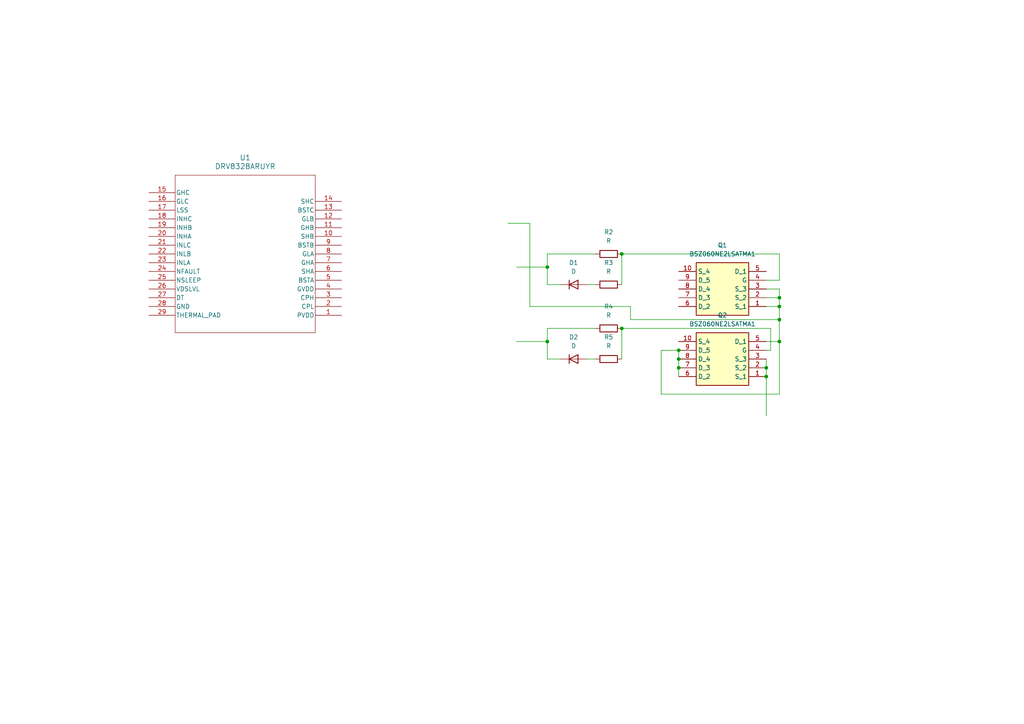
<source format=kicad_sch>
(kicad_sch (version 20230121) (generator eeschema)
  (paper "A4")
  (lib_symbols
    (symbol "Device:D" (pin_numbers hide) (pin_names (offset 1.016) hide)
      (property "Reference" "D" (at 0 2.54 0))
      (property "Value" "D" (at 0 -2.54 0))
      (symbol "D_0_1"
        (polyline (pts (xy -1.27 1.27) (xy -1.27 -1.27)) (stroke (width 0.254)))
        (polyline (pts (xy 1.27 0) (xy -1.27 0)))
        (polyline (pts (xy 1.27 1.27) (xy 1.27 -1.27) (xy -1.27 0) (xy 1.27 1.27)) (stroke (width 0.254)))
      )
      (symbol "D_1_1"
        (pin passive line (at -3.81 0 0) (length 2.54) (name "K") (number "1"))
        (pin passive line (at 3.81 0 180) (length 2.54) (name "A") (number "2"))
      )
    )
    (symbol "Device:R" (pin_numbers hide) (pin_names (offset 0))
      (property "Reference" "R" (at 2.032 0 90))
      (property "Value" "R" (at 0 0 90))
      (symbol "R_0_1"
        (rectangle (start -1.016 -2.54) (end 1.016 2.54) (stroke (width 0.254)))
      )
      (symbol "R_1_1"
        (pin passive line (at 0 3.81 270) (length 1.27) (name "~") (number "1"))
        (pin passive line (at 0 -3.81 90) (length 1.27) (name "~") (number "2"))
      )
    )
    (symbol "drv:DRV8328ARUYR" (pin_names (offset 0.254))
      (property "Reference" "U" (at 27.94 10.16 0))
      (property "Value" "DRV8328ARUYR" (at 27.94 7.62 0))
      (symbol "DRV8328ARUYR_0_1"
        (polyline (pts (xy 7.62 -40.64) (xy 48.26 -40.64)) (stroke (width 0.127)))
        (polyline (pts (xy 7.62 5.08) (xy 7.62 -40.64)) (stroke (width 0.127)))
        (polyline (pts (xy 48.26 -40.64) (xy 48.26 5.08)) (stroke (width 0.127)))
        (polyline (pts (xy 48.26 5.08) (xy 7.62 5.08)) (stroke (width 0.127)))
        (pin power_in line (at 0 0 0) (length 7.62) (name "PVDD") (number "1"))
        (pin bidirectional line (at 0 -22.86 0) (length 7.62) (name "SHB") (number "10"))
        (pin output line (at 0 -25.4 0) (length 7.62) (name "GHB") (number "11"))
        (pin output line (at 0 -27.94 0) (length 7.62) (name "GLB") (number "12"))
        (pin output line (at 0 -30.48 0) (length 7.62) (name "BSTC") (number "13"))
        (pin bidirectional line (at 0 -33.02 0) (length 7.62) (name "SHC") (number "14"))
        (pin output line (at 55.88 -35.56 180) (length 7.62) (name "GHC") (number "15"))
        (pin output line (at 55.88 -33.02 180) (length 7.62) (name "GLC") (number "16"))
        (pin power_in line (at 55.88 -30.48 180) (length 7.62) (name "LSS") (number "17"))
        (pin input line (at 55.88 -27.94 180) (length 7.62) (name "INHC") (number "18"))
        (pin input line (at 55.88 -25.4 180) (length 7.62) (name "INHB") (number "19"))
        (pin power_in line (at 0 -2.54 0) (length 7.62) (name "CPL") (number "2"))
        (pin input line (at 55.88 -22.86 180) (length 7.62) (name "INHA") (number "20"))
        (pin input line (at 55.88 -20.32 180) (length 7.62) (name "INLC") (number "21"))
        (pin input line (at 55.88 -17.78 180) (length 7.62) (name "INLB") (number "22"))
        (pin input line (at 55.88 -15.24 180) (length 7.62) (name "INLA") (number "23"))
        (pin output line (at 55.88 -12.7 180) (length 7.62) (name "NFAULT") (number "24"))
        (pin input line (at 55.88 -10.16 180) (length 7.62) (name "NSLEEP") (number "25"))
        (pin input line (at 55.88 -7.62 180) (length 7.62) (name "VDSLVL") (number "26"))
        (pin input line (at 55.88 -5.08 180) (length 7.62) (name "DT") (number "27"))
        (pin power_in line (at 55.88 -2.54 180) (length 7.62) (name "GND") (number "28"))
        (pin power_out line (at 55.88 0 180) (length 7.62) (name "THERMAL_PAD") (number "29"))
        (pin power_in line (at 0 -5.08 0) (length 7.62) (name "CPH") (number "3"))
        (pin power_in line (at 0 -7.62 0) (length 7.62) (name "GVDD") (number "4"))
        (pin output line (at 0 -10.16 0) (length 7.62) (name "BSTA") (number "5"))
        (pin bidirectional line (at 0 -12.7 0) (length 7.62) (name "SHA") (number "6"))
        (pin output line (at 0 -15.24 0) (length 7.62) (name "GHA") (number "7"))
        (pin output line (at 0 -17.78 0) (length 7.62) (name "GLA") (number "8"))
        (pin output line (at 0 -20.32 0) (length 7.62) (name "BSTB") (number "9"))
      )
    )
    (symbol "fetn:BSZ060NE2LSATMA1"
      (property "Reference" "Q" (at 21.59 7.62 0))
      (property "Value" "BSZ060NE2LSATMA1" (at 21.59 5.08 0))
      (symbol "BSZ060NE2LSATMA1_1_1"
        (rectangle (start 5.08 2.54) (end 20.32 -12.7) (stroke (width 0.254)) (fill (type background)))
        (pin passive line (at 0 0 0) (length 5.08) (name "S_1") (number "1"))
        (pin passive line (at 25.4 -10.16 180) (length 5.08) (name "S_4") (number "10"))
        (pin passive line (at 0 -2.54 0) (length 5.08) (name "S_2") (number "2"))
        (pin passive line (at 0 -5.08 0) (length 5.08) (name "S_3") (number "3"))
        (pin passive line (at 0 -7.62 0) (length 5.08) (name "G") (number "4"))
        (pin passive line (at 0 -10.16 0) (length 5.08) (name "D_1") (number "5"))
        (pin passive line (at 25.4 0 180) (length 5.08) (name "D_2") (number "6"))
        (pin passive line (at 25.4 -2.54 180) (length 5.08) (name "D_3") (number "7"))
        (pin passive line (at 25.4 -5.08 180) (length 5.08) (name "D_4") (number "8"))
        (pin passive line (at 25.4 -7.62 180) (length 5.08) (name "D_5") (number "9"))
      )
    )
  )
  (junction (at 222.25 109.22))
  (junction (at 226.06 86.36))
  (junction (at 226.06 92.71))
  (junction (at 226.06 99.06))
  (junction (at 196.85 104.14))
  (junction (at 158.75 99.06))
  (junction (at 222.25 106.68))
  (junction (at 158.75 77.47))
  (junction (at 196.85 101.6))
  (junction (at 180.34 73.66))
  (junction (at 226.06 88.9))
  (junction (at 180.34 95.25))
  (junction (at 196.85 106.68))
  (wire (pts (xy 170.18 82.55) (xy 172.72 82.55)))
  (wire (pts (xy 226.06 92.71) (xy 226.06 88.9)))
  (wire (pts (xy 222.25 86.36) (xy 226.06 86.36)))
  (wire (pts (xy 226.06 99.06) (xy 226.06 114.3)))
  (wire (pts (xy 149.86 77.47) (xy 158.75 77.47)))
  (wire (pts (xy 223.52 101.6) (xy 222.25 101.6)))
  (wire (pts (xy 172.72 73.66) (xy 158.75 73.66)))
  (wire (pts (xy 172.72 95.25) (xy 158.75 95.25)))
  (wire (pts (xy 180.34 95.25) (xy 223.52 95.25)))
  (wire (pts (xy 180.34 95.25) (xy 180.34 104.14)))
  (wire (pts (xy 226.06 99.06) (xy 226.06 92.71)))
  (wire (pts (xy 149.86 99.06) (xy 158.75 99.06)))
  (wire (pts (xy 153.67 88.9) (xy 182.88 88.9)))
  (wire (pts (xy 222.25 83.82) (xy 226.06 83.82)))
  (wire (pts (xy 180.34 73.66) (xy 180.34 82.55)))
  (wire (pts (xy 180.34 73.66) (xy 226.06 73.66)))
  (wire (pts (xy 158.75 104.14) (xy 162.56 104.14)))
  (wire (pts (xy 222.25 81.28) (xy 226.06 81.28)))
  (wire (pts (xy 158.75 99.06) (xy 158.75 104.14)))
  (wire (pts (xy 222.25 88.9) (xy 226.06 88.9)))
  (wire (pts (xy 223.52 95.25) (xy 223.52 101.6)))
  (wire (pts (xy 170.18 104.14) (xy 172.72 104.14)))
  (wire (pts (xy 222.25 106.68) (xy 222.25 109.22)))
  (wire (pts (xy 158.75 95.25) (xy 158.75 99.06)))
  (wire (pts (xy 182.88 92.71) (xy 182.88 88.9)))
  (wire (pts (xy 226.06 83.82) (xy 226.06 86.36)))
  (wire (pts (xy 226.06 81.28) (xy 226.06 73.66)))
  (wire (pts (xy 158.75 73.66) (xy 158.75 77.47)))
  (wire (pts (xy 191.77 101.6) (xy 191.77 114.3)))
  (wire (pts (xy 158.75 82.55) (xy 162.56 82.55)))
  (wire (pts (xy 158.75 77.47) (xy 158.75 82.55)))
  (wire (pts (xy 226.06 114.3) (xy 191.77 114.3)))
  (wire (pts (xy 222.25 104.14) (xy 222.25 106.68)))
  (wire (pts (xy 196.85 104.14) (xy 196.85 106.68)))
  (wire (pts (xy 196.85 101.6) (xy 191.77 101.6)))
  (wire (pts (xy 222.25 99.06) (xy 226.06 99.06)))
  (wire (pts (xy 222.25 109.22) (xy 222.25 120.65)))
  (wire (pts (xy 196.85 101.6) (xy 196.85 104.14)))
  (wire (pts (xy 226.06 92.71) (xy 182.88 92.71)))
  (wire (pts (xy 147.32 64.77) (xy 153.67 64.77)))
  (wire (pts (xy 153.67 88.9) (xy 153.67 64.77)))
  (wire (pts (xy 196.85 106.68) (xy 196.85 109.22)))
  (wire (pts (xy 226.06 86.36) (xy 226.06 88.9)))
  (symbol (lib_id "Device:R") (at 176.53 95.25 90) (unit 1)
    (property "Reference" "R4" (at 176.53 88.9 90))
    (property "Value" "R" (at 176.53 91.44 90))
  )
  (symbol (lib_id "Device:D") (at 166.37 104.14 0) (unit 1)
    (property "Reference" "D2" (at 166.37 97.79 0))
    (property "Value" "D" (at 166.37 100.33 0))
    (property "Sim.Device" "D" (effects hide))
    (property "Sim.Pins" "1=K 2=A" (effects hide))
  )
  (symbol (lib_id "fetn:BSZ060NE2LSATMA1") (at 222.25 88.9 180) (unit 1)
    (property "Reference" "Q1" (at 209.55 71.12 0))
    (property "Value" "BSZ060NE2LSATMA1" (at 209.55 73.66 0))
    (property "Footprint" "BSZ060NE2LSATMA1" (effects hide))
    (property "Datasheet" "https://www.infineon.com/dgdl/BSZ060NE2LS_Rev+2.1.pdf?folderId=db3a304313b8b5a60113cee8763b02d7&fileId=db3a30432ea425a4012ec927cb360e1f" (effects hide))
    (property "Height" "1.1" (effects hide))
    (property "Mouser Part Number" "726-BSZ060NE2LSATMA1" (effects hide))
    (property "Mouser Price/Stock" "https://www.mouser.co.uk/ProductDetail/Infineon-Technologies/BSZ060NE2LSATMA1?qs=OwbwYO03UsIogM4kg2VcJw%3D%3D" (effects hide))
    (property "Manufacturer_Name" "Infineon" (effects hide))
    (property "Manufacturer_Part_Number" "BSZ060NE2LSATMA1" (effects hide))
  )
  (symbol (lib_id "Device:D") (at 166.37 82.55 0) (unit 1)
    (property "Reference" "D1" (at 166.37 76.2 0))
    (property "Value" "D" (at 166.37 78.74 0))
    (property "Sim.Device" "D" (effects hide))
    (property "Sim.Pins" "1=K 2=A" (effects hide))
  )
  (symbol (lib_id "drv:DRV8328ARUYR") (at 99.06 91.44 180) (unit 1)
    (property "Reference" "U1" (at 71.12 45.72 0) (effects (font (size 1.524 1.524))))
    (property "Value" "DRV8328ARUYR" (at 71.12 48.26 0) (effects (font (size 1.524 1.524))))
    (property "Footprint" "RUY0028A_WQFN_TEX" (effects hide))
    (property "Datasheet" "DRV8328ARUYR" (effects hide))
  )
  (symbol (lib_id "Device:R") (at 176.53 104.14 90) (unit 1)
    (property "Reference" "R5" (at 176.53 97.79 90))
    (property "Value" "R" (at 176.53 100.33 90))
  )
  (symbol (lib_id "Device:R") (at 176.53 82.55 90) (unit 1)
    (property "Reference" "R3" (at 176.53 76.2 90))
    (property "Value" "R" (at 176.53 78.74 90))
  )
  (symbol (lib_id "fetn:BSZ060NE2LSATMA1") (at 222.25 109.22 180) (unit 1)
    (property "Reference" "Q2" (at 209.55 91.44 0))
    (property "Value" "BSZ060NE2LSATMA1" (at 209.55 93.98 0))
    (property "Footprint" "BSZ060NE2LSATMA1" (effects hide))
    (property "Datasheet" "https://www.infineon.com/dgdl/BSZ060NE2LS_Rev+2.1.pdf?folderId=db3a304313b8b5a60113cee8763b02d7&fileId=db3a30432ea425a4012ec927cb360e1f" (effects hide))
    (property "Height" "1.1" (effects hide))
    (property "Mouser Part Number" "726-BSZ060NE2LSATMA1" (effects hide))
    (property "Mouser Price/Stock" "https://www.mouser.co.uk/ProductDetail/Infineon-Technologies/BSZ060NE2LSATMA1?qs=OwbwYO03UsIogM4kg2VcJw%3D%3D" (effects hide))
    (property "Manufacturer_Name" "Infineon" (effects hide))
    (property "Manufacturer_Part_Number" "BSZ060NE2LSATMA1" (effects hide))
  )
  (symbol (lib_id "Device:R") (at 176.53 73.66 90) (unit 1)
    (property "Reference" "R2" (at 176.53 67.31 90))
    (property "Value" "R" (at 176.53 69.85 90))
  )
)
</source>
